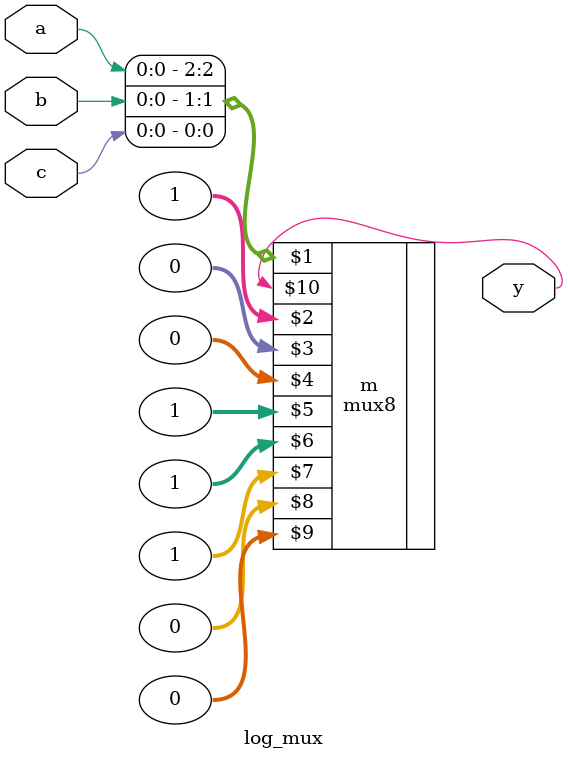
<source format=sv>
module log_mux(input logic a, b, c,
	       output logic y);

   mux8 m({a, b, c}, 1, 0, 0, 1, 1, 1, 0, 0, y);

endmodule // log_mux

</source>
